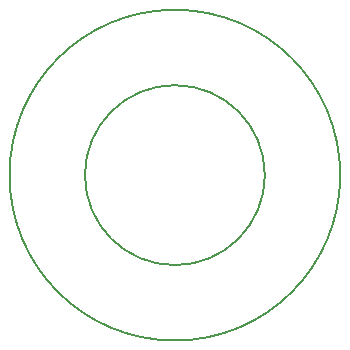
<source format=gbr>
G04 #@! TF.GenerationSoftware,KiCad,Pcbnew,(5.1.4)-1*
G04 #@! TF.CreationDate,2020-05-09T12:02:52-07:00*
G04 #@! TF.ProjectId,Kicad LED Rings_Circular_final,4b696361-6420-44c4-9544-2052696e6773,rev?*
G04 #@! TF.SameCoordinates,Original*
G04 #@! TF.FileFunction,Profile,NP*
%FSLAX46Y46*%
G04 Gerber Fmt 4.6, Leading zero omitted, Abs format (unit mm)*
G04 Created by KiCad (PCBNEW (5.1.4)-1) date 2020-05-09 12:02:52*
%MOMM*%
%LPD*%
G04 APERTURE LIST*
%ADD10C,0.200000*%
G04 APERTURE END LIST*
D10*
X123650014Y-79910000D02*
G75*
G03X123650014Y-79910000I-14000014J0D01*
G01*
X117268979Y-79910000D02*
G75*
G03X117268979Y-79910000I-7618979J0D01*
G01*
M02*

</source>
